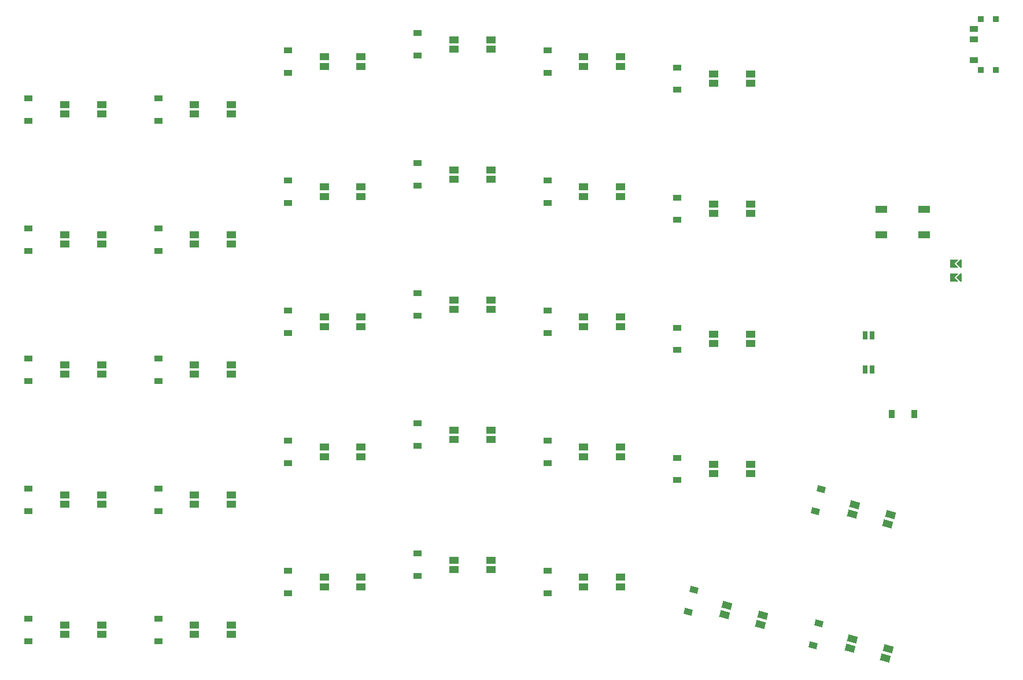
<source format=gbr>
%TF.GenerationSoftware,KiCad,Pcbnew,8.0.6*%
%TF.CreationDate,2025-03-22T19:16:27+01:00*%
%TF.ProjectId,left-finished,6c656674-2d66-4696-9e69-736865642e6b,v1.0.0*%
%TF.SameCoordinates,Original*%
%TF.FileFunction,Paste,Top*%
%TF.FilePolarity,Positive*%
%FSLAX46Y46*%
G04 Gerber Fmt 4.6, Leading zero omitted, Abs format (unit mm)*
G04 Created by KiCad (PCBNEW 8.0.6) date 2025-03-22 19:16:27*
%MOMM*%
%LPD*%
G01*
G04 APERTURE LIST*
G04 Aperture macros list*
%AMRotRect*
0 Rectangle, with rotation*
0 The origin of the aperture is its center*
0 $1 length*
0 $2 width*
0 $3 Rotation angle, in degrees counterclockwise*
0 Add horizontal line*
21,1,$1,$2,0,0,$3*%
%AMFreePoly0*
4,1,6,0.600000,-1.000000,0.000000,-0.400000,-0.600000,-1.000000,-0.600000,0.250000,0.600000,0.250000,0.600000,-1.000000,0.600000,-1.000000,$1*%
%AMFreePoly1*
4,1,6,0.600000,-0.200000,0.600000,-0.400000,-0.600000,-0.400000,-0.600000,-0.200000,0.000000,0.400000,0.600000,-0.200000,0.600000,-0.200000,$1*%
G04 Aperture macros list end*
%ADD10R,0.900000X0.900000*%
%ADD11R,1.250000X0.900000*%
%ADD12R,1.800000X1.100000*%
%ADD13R,1.200000X0.900000*%
%ADD14FreePoly0,90.000000*%
%ADD15FreePoly1,90.000000*%
%ADD16RotRect,0.900000X1.200000X75.000000*%
%ADD17R,0.635000X1.143000*%
%ADD18R,0.900000X1.200000*%
%ADD19R,1.400000X1.000000*%
%ADD20RotRect,1.400000X1.000000X345.000000*%
%ADD21RotRect,1.400000X1.000000X165.000000*%
G04 APERTURE END LIST*
D10*
%TO.C,T1*%
X233600000Y-65600000D03*
X231400000Y-65600000D03*
X233600000Y-73000000D03*
X231400000Y-73000000D03*
D11*
X230425000Y-71550000D03*
X230425000Y-68550000D03*
X230425000Y-67050000D03*
%TD*%
D12*
%TO.C,B1*%
X223100000Y-97150000D03*
X216900000Y-97150000D03*
X223100000Y-93450000D03*
X216900000Y-93450000D03*
%TD*%
D13*
%TO.C,D22*%
X168000000Y-130600000D03*
X168000000Y-127300000D03*
%TD*%
%TO.C,D27*%
X187000000Y-114050000D03*
X187000000Y-110750000D03*
%TD*%
%TO.C,D16*%
X149000000Y-147150000D03*
X149000000Y-143850000D03*
%TD*%
D14*
%TO.C,JST1*%
X227184000Y-101400000D03*
X227184000Y-103400000D03*
D15*
X228200000Y-101400000D03*
X228200000Y-103400000D03*
%TD*%
D13*
%TO.C,D18*%
X149000000Y-109050000D03*
X149000000Y-105750000D03*
%TD*%
%TO.C,D24*%
X168000000Y-92500000D03*
X168000000Y-89200000D03*
%TD*%
%TO.C,D8*%
X111000000Y-118550000D03*
X111000000Y-115250000D03*
%TD*%
%TO.C,D10*%
X111000000Y-80450000D03*
X111000000Y-77150000D03*
%TD*%
%TO.C,D13*%
X130000000Y-111550000D03*
X130000000Y-108250000D03*
%TD*%
%TO.C,D1*%
X92000000Y-156650000D03*
X92000000Y-153350000D03*
%TD*%
%TO.C,D4*%
X92000000Y-99500000D03*
X92000000Y-96200000D03*
%TD*%
D16*
%TO.C,D31*%
X206904039Y-157270417D03*
X207758139Y-154082861D03*
%TD*%
D13*
%TO.C,D11*%
X130000000Y-149650000D03*
X130000000Y-146350000D03*
%TD*%
D17*
%TO.C,J1*%
X215500380Y-111900000D03*
X214499620Y-111900000D03*
%TD*%
%TO.C,J2*%
X215500380Y-116900000D03*
X214499620Y-116900000D03*
%TD*%
D13*
%TO.C,D21*%
X168000000Y-149650000D03*
X168000000Y-146350000D03*
%TD*%
D18*
%TO.C,D33*%
X221650000Y-123400000D03*
X218350000Y-123400000D03*
%TD*%
D13*
%TO.C,D26*%
X187000000Y-133100000D03*
X187000000Y-129800000D03*
%TD*%
%TO.C,D19*%
X149000000Y-90000000D03*
X149000000Y-86700000D03*
%TD*%
%TO.C,D3*%
X92000000Y-118550000D03*
X92000000Y-115250000D03*
%TD*%
%TO.C,D2*%
X92000000Y-137600000D03*
X92000000Y-134300000D03*
%TD*%
%TO.C,D7*%
X111000000Y-137600000D03*
X111000000Y-134300000D03*
%TD*%
%TO.C,D23*%
X168000000Y-111550000D03*
X168000000Y-108250000D03*
%TD*%
%TO.C,D5*%
X92000000Y-80450000D03*
X92000000Y-77150000D03*
%TD*%
%TO.C,D6*%
X111000000Y-156650000D03*
X111000000Y-153350000D03*
%TD*%
%TO.C,D17*%
X149000000Y-128100000D03*
X149000000Y-124800000D03*
%TD*%
%TO.C,D20*%
X149000000Y-70950000D03*
X149000000Y-67650000D03*
%TD*%
%TO.C,D15*%
X130000000Y-73450000D03*
X130000000Y-70150000D03*
%TD*%
%TO.C,D28*%
X187000000Y-95000000D03*
X187000000Y-91700000D03*
%TD*%
%TO.C,D25*%
X168000000Y-73450000D03*
X168000000Y-70150000D03*
%TD*%
%TO.C,D29*%
X187000000Y-75950000D03*
X187000000Y-72650000D03*
%TD*%
D16*
%TO.C,D30*%
X188551448Y-152352855D03*
X189405548Y-149165299D03*
%TD*%
D13*
%TO.C,D14*%
X130000000Y-92500000D03*
X130000000Y-89200000D03*
%TD*%
%TO.C,D12*%
X130000000Y-130600000D03*
X130000000Y-127300000D03*
%TD*%
D16*
%TO.C,D32*%
X207246394Y-137640139D03*
X208100494Y-134452583D03*
%TD*%
D13*
%TO.C,D9*%
X111000000Y-99500000D03*
X111000000Y-96200000D03*
%TD*%
D19*
%TO.C,LED9*%
X140700000Y-71100000D03*
X140700000Y-72500000D03*
X135300000Y-72500000D03*
X135300000Y-71100000D03*
%TD*%
%TO.C,LED11*%
X159700000Y-106700000D03*
X159700000Y-108100000D03*
X154300000Y-108100000D03*
X154300000Y-106700000D03*
%TD*%
%TO.C,LED5*%
X121700000Y-116200000D03*
X121700000Y-117600000D03*
X116300000Y-117600000D03*
X116300000Y-116200000D03*
%TD*%
%TO.C,LED26*%
X154300000Y-127150000D03*
X154300000Y-125750000D03*
X159700000Y-125750000D03*
X159700000Y-127150000D03*
%TD*%
%TO.C,LED22*%
X116300000Y-136650000D03*
X116300000Y-135250000D03*
X121700000Y-135250000D03*
X121700000Y-136650000D03*
%TD*%
%TO.C,LED1*%
X102700000Y-154300000D03*
X102700000Y-155700000D03*
X97300000Y-155700000D03*
X97300000Y-154300000D03*
%TD*%
%TO.C,LED20*%
X97300000Y-136650000D03*
X97300000Y-135250000D03*
X102700000Y-135250000D03*
X102700000Y-136650000D03*
%TD*%
%TO.C,LED14*%
X178700000Y-109200000D03*
X178700000Y-110600000D03*
X173300000Y-110600000D03*
X173300000Y-109200000D03*
%TD*%
%TO.C,LED17*%
X197700000Y-73600000D03*
X197700000Y-75000000D03*
X192300000Y-75000000D03*
X192300000Y-73600000D03*
%TD*%
%TO.C,LED25*%
X135300000Y-91550000D03*
X135300000Y-90150000D03*
X140700000Y-90150000D03*
X140700000Y-91550000D03*
%TD*%
%TO.C,LED2*%
X102700000Y-116200000D03*
X102700000Y-117600000D03*
X97300000Y-117600000D03*
X97300000Y-116200000D03*
%TD*%
%TO.C,LED16*%
X197700000Y-111700000D03*
X197700000Y-113100000D03*
X192300000Y-113100000D03*
X192300000Y-111700000D03*
%TD*%
%TO.C,LED6*%
X121700000Y-78100000D03*
X121700000Y-79500000D03*
X116300000Y-79500000D03*
X116300000Y-78100000D03*
%TD*%
D20*
%TO.C,LED18*%
X199495078Y-152852292D03*
X199132731Y-154204589D03*
X193916732Y-152806966D03*
X194279079Y-151454669D03*
%TD*%
D19*
%TO.C,LED30*%
X192300000Y-132150000D03*
X192300000Y-130750000D03*
X197700000Y-130750000D03*
X197700000Y-132150000D03*
%TD*%
%TO.C,LED12*%
X159700000Y-68600000D03*
X159700000Y-70000000D03*
X154300000Y-70000000D03*
X154300000Y-68600000D03*
%TD*%
%TO.C,LED29*%
X173300000Y-91550000D03*
X173300000Y-90150000D03*
X178700000Y-90150000D03*
X178700000Y-91550000D03*
%TD*%
D20*
%TO.C,LED19*%
X217847669Y-157769854D03*
X217485322Y-159122151D03*
X212269323Y-157724528D03*
X212631670Y-156372231D03*
%TD*%
D19*
%TO.C,LED15*%
X178700000Y-71100000D03*
X178700000Y-72500000D03*
X173300000Y-72500000D03*
X173300000Y-71100000D03*
%TD*%
%TO.C,LED24*%
X135300000Y-129650000D03*
X135300000Y-128250000D03*
X140700000Y-128250000D03*
X140700000Y-129650000D03*
%TD*%
D21*
%TO.C,LED32*%
X212611678Y-138094251D03*
X212974025Y-136741954D03*
X218190024Y-138139577D03*
X217827677Y-139491874D03*
%TD*%
D19*
%TO.C,LED23*%
X116300000Y-98550000D03*
X116300000Y-97150000D03*
X121700000Y-97150000D03*
X121700000Y-98550000D03*
%TD*%
%TO.C,LED4*%
X121700000Y-154300000D03*
X121700000Y-155700000D03*
X116300000Y-155700000D03*
X116300000Y-154300000D03*
%TD*%
%TO.C,LED10*%
X159700000Y-144800000D03*
X159700000Y-146200000D03*
X154300000Y-146200000D03*
X154300000Y-144800000D03*
%TD*%
%TO.C,LED8*%
X140700000Y-109200000D03*
X140700000Y-110600000D03*
X135300000Y-110600000D03*
X135300000Y-109200000D03*
%TD*%
%TO.C,LED3*%
X102700000Y-78100000D03*
X102700000Y-79500000D03*
X97300000Y-79500000D03*
X97300000Y-78100000D03*
%TD*%
%TO.C,LED27*%
X154300000Y-89050000D03*
X154300000Y-87650000D03*
X159700000Y-87650000D03*
X159700000Y-89050000D03*
%TD*%
%TO.C,LED21*%
X97300000Y-98550000D03*
X97300000Y-97150000D03*
X102700000Y-97150000D03*
X102700000Y-98550000D03*
%TD*%
%TO.C,LED13*%
X178700000Y-147300000D03*
X178700000Y-148700000D03*
X173300000Y-148700000D03*
X173300000Y-147300000D03*
%TD*%
%TO.C,LED28*%
X173300000Y-129650000D03*
X173300000Y-128250000D03*
X178700000Y-128250000D03*
X178700000Y-129650000D03*
%TD*%
%TO.C,LED31*%
X192300000Y-94050000D03*
X192300000Y-92650000D03*
X197700000Y-92650000D03*
X197700000Y-94050000D03*
%TD*%
%TO.C,LED7*%
X140700000Y-147300000D03*
X140700000Y-148700000D03*
X135300000Y-148700000D03*
X135300000Y-147300000D03*
%TD*%
M02*

</source>
